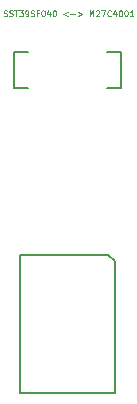
<source format=gto>
G04 #@! TF.GenerationSoftware,KiCad,Pcbnew,8.0.0*
G04 #@! TF.CreationDate,2024-05-09T12:01:00+02:00*
G04 #@! TF.ProjectId,sst39sf040-m27c4001,73737433-3973-4663-9034-302d6d323763,rev?*
G04 #@! TF.SameCoordinates,Original*
G04 #@! TF.FileFunction,Legend,Top*
G04 #@! TF.FilePolarity,Positive*
%FSLAX46Y46*%
G04 Gerber Fmt 4.6, Leading zero omitted, Abs format (unit mm)*
G04 Created by KiCad (PCBNEW 8.0.0) date 2024-05-09 12:01:00*
%MOMM*%
%LPD*%
G01*
G04 APERTURE LIST*
%ADD10C,0.080000*%
%ADD11C,0.200000*%
%ADD12R,1.200000X2.500000*%
%ADD13R,0.300000X1.300000*%
%ADD14O,1.700000X1.700000*%
%ADD15C,1.700000*%
%ADD16R,1.700000X1.700000*%
G04 APERTURE END LIST*
D10*
X127611908Y-59303340D02*
X127683336Y-59327149D01*
X127683336Y-59327149D02*
X127802384Y-59327149D01*
X127802384Y-59327149D02*
X127850003Y-59303340D01*
X127850003Y-59303340D02*
X127873812Y-59279530D01*
X127873812Y-59279530D02*
X127897622Y-59231911D01*
X127897622Y-59231911D02*
X127897622Y-59184292D01*
X127897622Y-59184292D02*
X127873812Y-59136673D01*
X127873812Y-59136673D02*
X127850003Y-59112863D01*
X127850003Y-59112863D02*
X127802384Y-59089054D01*
X127802384Y-59089054D02*
X127707146Y-59065244D01*
X127707146Y-59065244D02*
X127659527Y-59041435D01*
X127659527Y-59041435D02*
X127635717Y-59017625D01*
X127635717Y-59017625D02*
X127611908Y-58970006D01*
X127611908Y-58970006D02*
X127611908Y-58922387D01*
X127611908Y-58922387D02*
X127635717Y-58874768D01*
X127635717Y-58874768D02*
X127659527Y-58850959D01*
X127659527Y-58850959D02*
X127707146Y-58827149D01*
X127707146Y-58827149D02*
X127826193Y-58827149D01*
X127826193Y-58827149D02*
X127897622Y-58850959D01*
X128088098Y-59303340D02*
X128159526Y-59327149D01*
X128159526Y-59327149D02*
X128278574Y-59327149D01*
X128278574Y-59327149D02*
X128326193Y-59303340D01*
X128326193Y-59303340D02*
X128350002Y-59279530D01*
X128350002Y-59279530D02*
X128373812Y-59231911D01*
X128373812Y-59231911D02*
X128373812Y-59184292D01*
X128373812Y-59184292D02*
X128350002Y-59136673D01*
X128350002Y-59136673D02*
X128326193Y-59112863D01*
X128326193Y-59112863D02*
X128278574Y-59089054D01*
X128278574Y-59089054D02*
X128183336Y-59065244D01*
X128183336Y-59065244D02*
X128135717Y-59041435D01*
X128135717Y-59041435D02*
X128111907Y-59017625D01*
X128111907Y-59017625D02*
X128088098Y-58970006D01*
X128088098Y-58970006D02*
X128088098Y-58922387D01*
X128088098Y-58922387D02*
X128111907Y-58874768D01*
X128111907Y-58874768D02*
X128135717Y-58850959D01*
X128135717Y-58850959D02*
X128183336Y-58827149D01*
X128183336Y-58827149D02*
X128302383Y-58827149D01*
X128302383Y-58827149D02*
X128373812Y-58850959D01*
X128516669Y-58827149D02*
X128802383Y-58827149D01*
X128659526Y-59327149D02*
X128659526Y-58827149D01*
X128921430Y-58827149D02*
X129230954Y-58827149D01*
X129230954Y-58827149D02*
X129064287Y-59017625D01*
X129064287Y-59017625D02*
X129135716Y-59017625D01*
X129135716Y-59017625D02*
X129183335Y-59041435D01*
X129183335Y-59041435D02*
X129207144Y-59065244D01*
X129207144Y-59065244D02*
X129230954Y-59112863D01*
X129230954Y-59112863D02*
X129230954Y-59231911D01*
X129230954Y-59231911D02*
X129207144Y-59279530D01*
X129207144Y-59279530D02*
X129183335Y-59303340D01*
X129183335Y-59303340D02*
X129135716Y-59327149D01*
X129135716Y-59327149D02*
X128992859Y-59327149D01*
X128992859Y-59327149D02*
X128945240Y-59303340D01*
X128945240Y-59303340D02*
X128921430Y-59279530D01*
X129469049Y-59327149D02*
X129564287Y-59327149D01*
X129564287Y-59327149D02*
X129611906Y-59303340D01*
X129611906Y-59303340D02*
X129635715Y-59279530D01*
X129635715Y-59279530D02*
X129683334Y-59208101D01*
X129683334Y-59208101D02*
X129707144Y-59112863D01*
X129707144Y-59112863D02*
X129707144Y-58922387D01*
X129707144Y-58922387D02*
X129683334Y-58874768D01*
X129683334Y-58874768D02*
X129659525Y-58850959D01*
X129659525Y-58850959D02*
X129611906Y-58827149D01*
X129611906Y-58827149D02*
X129516668Y-58827149D01*
X129516668Y-58827149D02*
X129469049Y-58850959D01*
X129469049Y-58850959D02*
X129445239Y-58874768D01*
X129445239Y-58874768D02*
X129421430Y-58922387D01*
X129421430Y-58922387D02*
X129421430Y-59041435D01*
X129421430Y-59041435D02*
X129445239Y-59089054D01*
X129445239Y-59089054D02*
X129469049Y-59112863D01*
X129469049Y-59112863D02*
X129516668Y-59136673D01*
X129516668Y-59136673D02*
X129611906Y-59136673D01*
X129611906Y-59136673D02*
X129659525Y-59112863D01*
X129659525Y-59112863D02*
X129683334Y-59089054D01*
X129683334Y-59089054D02*
X129707144Y-59041435D01*
X129897620Y-59303340D02*
X129969048Y-59327149D01*
X129969048Y-59327149D02*
X130088096Y-59327149D01*
X130088096Y-59327149D02*
X130135715Y-59303340D01*
X130135715Y-59303340D02*
X130159524Y-59279530D01*
X130159524Y-59279530D02*
X130183334Y-59231911D01*
X130183334Y-59231911D02*
X130183334Y-59184292D01*
X130183334Y-59184292D02*
X130159524Y-59136673D01*
X130159524Y-59136673D02*
X130135715Y-59112863D01*
X130135715Y-59112863D02*
X130088096Y-59089054D01*
X130088096Y-59089054D02*
X129992858Y-59065244D01*
X129992858Y-59065244D02*
X129945239Y-59041435D01*
X129945239Y-59041435D02*
X129921429Y-59017625D01*
X129921429Y-59017625D02*
X129897620Y-58970006D01*
X129897620Y-58970006D02*
X129897620Y-58922387D01*
X129897620Y-58922387D02*
X129921429Y-58874768D01*
X129921429Y-58874768D02*
X129945239Y-58850959D01*
X129945239Y-58850959D02*
X129992858Y-58827149D01*
X129992858Y-58827149D02*
X130111905Y-58827149D01*
X130111905Y-58827149D02*
X130183334Y-58850959D01*
X130564286Y-59065244D02*
X130397619Y-59065244D01*
X130397619Y-59327149D02*
X130397619Y-58827149D01*
X130397619Y-58827149D02*
X130635714Y-58827149D01*
X130921428Y-58827149D02*
X130969047Y-58827149D01*
X130969047Y-58827149D02*
X131016666Y-58850959D01*
X131016666Y-58850959D02*
X131040476Y-58874768D01*
X131040476Y-58874768D02*
X131064285Y-58922387D01*
X131064285Y-58922387D02*
X131088095Y-59017625D01*
X131088095Y-59017625D02*
X131088095Y-59136673D01*
X131088095Y-59136673D02*
X131064285Y-59231911D01*
X131064285Y-59231911D02*
X131040476Y-59279530D01*
X131040476Y-59279530D02*
X131016666Y-59303340D01*
X131016666Y-59303340D02*
X130969047Y-59327149D01*
X130969047Y-59327149D02*
X130921428Y-59327149D01*
X130921428Y-59327149D02*
X130873809Y-59303340D01*
X130873809Y-59303340D02*
X130850000Y-59279530D01*
X130850000Y-59279530D02*
X130826190Y-59231911D01*
X130826190Y-59231911D02*
X130802381Y-59136673D01*
X130802381Y-59136673D02*
X130802381Y-59017625D01*
X130802381Y-59017625D02*
X130826190Y-58922387D01*
X130826190Y-58922387D02*
X130850000Y-58874768D01*
X130850000Y-58874768D02*
X130873809Y-58850959D01*
X130873809Y-58850959D02*
X130921428Y-58827149D01*
X131516666Y-58993816D02*
X131516666Y-59327149D01*
X131397618Y-58803340D02*
X131278571Y-59160482D01*
X131278571Y-59160482D02*
X131588094Y-59160482D01*
X131873808Y-58827149D02*
X131921427Y-58827149D01*
X131921427Y-58827149D02*
X131969046Y-58850959D01*
X131969046Y-58850959D02*
X131992856Y-58874768D01*
X131992856Y-58874768D02*
X132016665Y-58922387D01*
X132016665Y-58922387D02*
X132040475Y-59017625D01*
X132040475Y-59017625D02*
X132040475Y-59136673D01*
X132040475Y-59136673D02*
X132016665Y-59231911D01*
X132016665Y-59231911D02*
X131992856Y-59279530D01*
X131992856Y-59279530D02*
X131969046Y-59303340D01*
X131969046Y-59303340D02*
X131921427Y-59327149D01*
X131921427Y-59327149D02*
X131873808Y-59327149D01*
X131873808Y-59327149D02*
X131826189Y-59303340D01*
X131826189Y-59303340D02*
X131802380Y-59279530D01*
X131802380Y-59279530D02*
X131778570Y-59231911D01*
X131778570Y-59231911D02*
X131754761Y-59136673D01*
X131754761Y-59136673D02*
X131754761Y-59017625D01*
X131754761Y-59017625D02*
X131778570Y-58922387D01*
X131778570Y-58922387D02*
X131802380Y-58874768D01*
X131802380Y-58874768D02*
X131826189Y-58850959D01*
X131826189Y-58850959D02*
X131873808Y-58827149D01*
X133016665Y-58993816D02*
X132635712Y-59136673D01*
X132635712Y-59136673D02*
X133016665Y-59279530D01*
X133254760Y-59136673D02*
X133635713Y-59136673D01*
X133873808Y-58993816D02*
X134254761Y-59136673D01*
X134254761Y-59136673D02*
X133873808Y-59279530D01*
X134873808Y-59327149D02*
X134873808Y-58827149D01*
X134873808Y-58827149D02*
X135040475Y-59184292D01*
X135040475Y-59184292D02*
X135207141Y-58827149D01*
X135207141Y-58827149D02*
X135207141Y-59327149D01*
X135421428Y-58874768D02*
X135445237Y-58850959D01*
X135445237Y-58850959D02*
X135492856Y-58827149D01*
X135492856Y-58827149D02*
X135611904Y-58827149D01*
X135611904Y-58827149D02*
X135659523Y-58850959D01*
X135659523Y-58850959D02*
X135683332Y-58874768D01*
X135683332Y-58874768D02*
X135707142Y-58922387D01*
X135707142Y-58922387D02*
X135707142Y-58970006D01*
X135707142Y-58970006D02*
X135683332Y-59041435D01*
X135683332Y-59041435D02*
X135397618Y-59327149D01*
X135397618Y-59327149D02*
X135707142Y-59327149D01*
X135873808Y-58827149D02*
X136207141Y-58827149D01*
X136207141Y-58827149D02*
X135992856Y-59327149D01*
X136683331Y-59279530D02*
X136659522Y-59303340D01*
X136659522Y-59303340D02*
X136588093Y-59327149D01*
X136588093Y-59327149D02*
X136540474Y-59327149D01*
X136540474Y-59327149D02*
X136469046Y-59303340D01*
X136469046Y-59303340D02*
X136421427Y-59255720D01*
X136421427Y-59255720D02*
X136397617Y-59208101D01*
X136397617Y-59208101D02*
X136373808Y-59112863D01*
X136373808Y-59112863D02*
X136373808Y-59041435D01*
X136373808Y-59041435D02*
X136397617Y-58946197D01*
X136397617Y-58946197D02*
X136421427Y-58898578D01*
X136421427Y-58898578D02*
X136469046Y-58850959D01*
X136469046Y-58850959D02*
X136540474Y-58827149D01*
X136540474Y-58827149D02*
X136588093Y-58827149D01*
X136588093Y-58827149D02*
X136659522Y-58850959D01*
X136659522Y-58850959D02*
X136683331Y-58874768D01*
X137111903Y-58993816D02*
X137111903Y-59327149D01*
X136992855Y-58803340D02*
X136873808Y-59160482D01*
X136873808Y-59160482D02*
X137183331Y-59160482D01*
X137469045Y-58827149D02*
X137516664Y-58827149D01*
X137516664Y-58827149D02*
X137564283Y-58850959D01*
X137564283Y-58850959D02*
X137588093Y-58874768D01*
X137588093Y-58874768D02*
X137611902Y-58922387D01*
X137611902Y-58922387D02*
X137635712Y-59017625D01*
X137635712Y-59017625D02*
X137635712Y-59136673D01*
X137635712Y-59136673D02*
X137611902Y-59231911D01*
X137611902Y-59231911D02*
X137588093Y-59279530D01*
X137588093Y-59279530D02*
X137564283Y-59303340D01*
X137564283Y-59303340D02*
X137516664Y-59327149D01*
X137516664Y-59327149D02*
X137469045Y-59327149D01*
X137469045Y-59327149D02*
X137421426Y-59303340D01*
X137421426Y-59303340D02*
X137397617Y-59279530D01*
X137397617Y-59279530D02*
X137373807Y-59231911D01*
X137373807Y-59231911D02*
X137349998Y-59136673D01*
X137349998Y-59136673D02*
X137349998Y-59017625D01*
X137349998Y-59017625D02*
X137373807Y-58922387D01*
X137373807Y-58922387D02*
X137397617Y-58874768D01*
X137397617Y-58874768D02*
X137421426Y-58850959D01*
X137421426Y-58850959D02*
X137469045Y-58827149D01*
X137945235Y-58827149D02*
X137992854Y-58827149D01*
X137992854Y-58827149D02*
X138040473Y-58850959D01*
X138040473Y-58850959D02*
X138064283Y-58874768D01*
X138064283Y-58874768D02*
X138088092Y-58922387D01*
X138088092Y-58922387D02*
X138111902Y-59017625D01*
X138111902Y-59017625D02*
X138111902Y-59136673D01*
X138111902Y-59136673D02*
X138088092Y-59231911D01*
X138088092Y-59231911D02*
X138064283Y-59279530D01*
X138064283Y-59279530D02*
X138040473Y-59303340D01*
X138040473Y-59303340D02*
X137992854Y-59327149D01*
X137992854Y-59327149D02*
X137945235Y-59327149D01*
X137945235Y-59327149D02*
X137897616Y-59303340D01*
X137897616Y-59303340D02*
X137873807Y-59279530D01*
X137873807Y-59279530D02*
X137849997Y-59231911D01*
X137849997Y-59231911D02*
X137826188Y-59136673D01*
X137826188Y-59136673D02*
X137826188Y-59017625D01*
X137826188Y-59017625D02*
X137849997Y-58922387D01*
X137849997Y-58922387D02*
X137873807Y-58874768D01*
X137873807Y-58874768D02*
X137897616Y-58850959D01*
X137897616Y-58850959D02*
X137945235Y-58827149D01*
X138588092Y-59327149D02*
X138302378Y-59327149D01*
X138445235Y-59327149D02*
X138445235Y-58827149D01*
X138445235Y-58827149D02*
X138397616Y-58898578D01*
X138397616Y-58898578D02*
X138349997Y-58946197D01*
X138349997Y-58946197D02*
X138302378Y-58970006D01*
D11*
X128500000Y-65400000D02*
X129677000Y-65400000D01*
X137500000Y-65400000D02*
X136323000Y-65400000D01*
X128500000Y-62400000D02*
X128500000Y-65400000D01*
X128500000Y-62400000D02*
X129677000Y-62400000D01*
X137500000Y-62400000D02*
X136323000Y-62400000D01*
X137500000Y-65400000D02*
X137500000Y-62400000D01*
X129000000Y-91250000D02*
X129000000Y-79550000D01*
X129000000Y-79550000D02*
X136470000Y-79550000D01*
X137000000Y-91250000D02*
X129000000Y-91250000D01*
X137000000Y-80066000D02*
X136470000Y-79550000D01*
X137000000Y-80066000D02*
X137000000Y-91250000D01*
%LPC*%
D12*
X130500000Y-61150000D03*
X133000000Y-61150000D03*
X135500000Y-61150000D03*
X130500000Y-66650000D03*
X133000000Y-66650000D03*
X135500000Y-66650000D03*
D13*
X136750000Y-78550000D03*
X136250000Y-78550000D03*
X135750000Y-78550000D03*
X135250000Y-78550000D03*
X134750000Y-78550000D03*
X134250000Y-78550000D03*
X133750000Y-78550000D03*
X133250000Y-78550000D03*
X132750000Y-78550000D03*
X132250000Y-78550000D03*
X131750000Y-78550000D03*
X131250000Y-78550000D03*
X130750000Y-78550000D03*
X130250000Y-78550000D03*
X129750000Y-78550000D03*
X129250000Y-78550000D03*
X129250000Y-92250000D03*
X129750000Y-92250000D03*
X130250000Y-92250000D03*
X130750000Y-92250000D03*
X131250000Y-92250000D03*
X131750000Y-92250000D03*
X132250000Y-92250000D03*
X132750000Y-92250000D03*
X133250000Y-92250000D03*
X133750000Y-92250000D03*
X134250000Y-92250000D03*
X134750000Y-92250000D03*
X135250000Y-92250000D03*
X135750000Y-92250000D03*
X136250000Y-92250000D03*
X136750000Y-92250000D03*
D14*
X140620000Y-98200000D03*
X140620000Y-95660000D03*
X140620000Y-93120000D03*
X140620000Y-90580000D03*
X140620000Y-88040000D03*
X140620000Y-85500000D03*
X140620000Y-82960000D03*
X140620000Y-80420000D03*
X140620000Y-77880000D03*
X140620000Y-75340000D03*
X140620000Y-72800000D03*
X140620000Y-70260000D03*
X140620000Y-67720000D03*
X140620000Y-65180000D03*
X140620000Y-62640000D03*
D15*
X140620000Y-60100000D03*
D14*
X125380000Y-98200000D03*
X125380000Y-95660000D03*
X125380000Y-93120000D03*
X125380000Y-90580000D03*
X125380000Y-88040000D03*
X125380000Y-85500000D03*
X125380000Y-82960000D03*
X125380000Y-80420000D03*
X125380000Y-77880000D03*
X125380000Y-75340000D03*
X125380000Y-72800000D03*
X125380000Y-70260000D03*
X125380000Y-67720000D03*
X125380000Y-65180000D03*
X125380000Y-62640000D03*
D16*
X125380000Y-60100000D03*
%LPD*%
M02*

</source>
